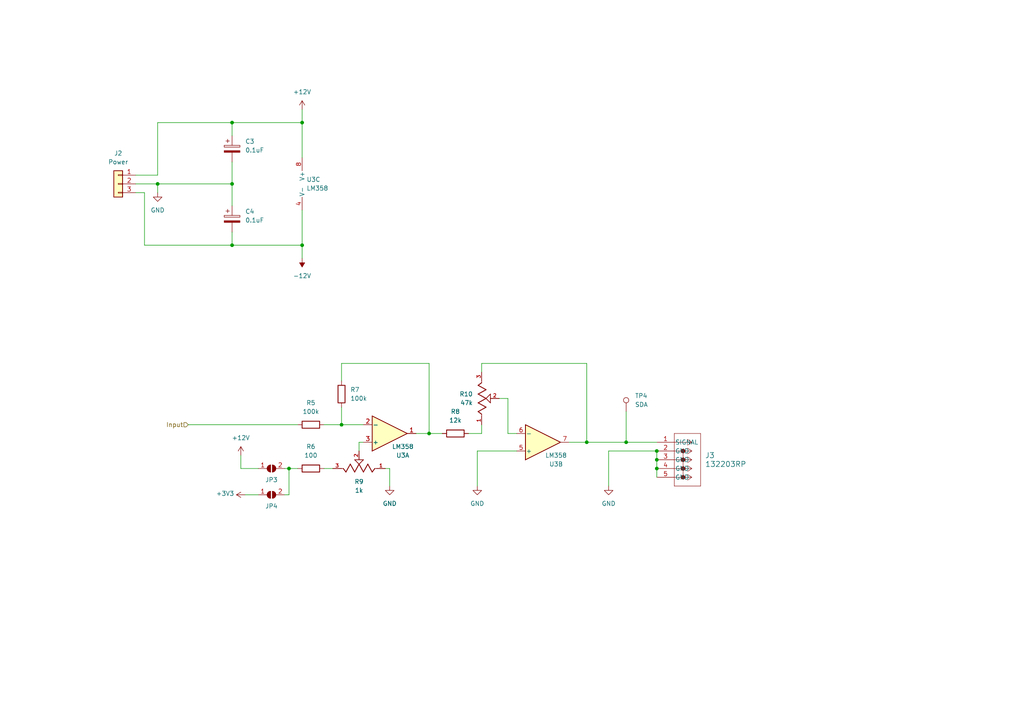
<source format=kicad_sch>
(kicad_sch (version 20231120) (generator "eeschema") (generator_version "8.0")
  (paper "A4")
  (lib_symbols
    (symbol "Amplifier_Operational:LM358" (pin_names (offset 0.127))
      (property "Reference" "U" (at 0 5.08 0))
      (property "Value" "LM358" (at 0 -5.08 0))
      (symbol "LM358_1_1"
        (polyline (pts (xy -5.08 5.08) (xy 5.08 0) (xy -5.08 -5.08) (xy -5.08 5.08)) (stroke (width 0.254)) (fill (type background)))
        (pin output line (at 7.62 0 180) (length 2.54) (name "~") (number "1"))
        (pin input line (at -7.62 -2.54 0) (length 2.54) (name "-") (number "2"))
        (pin input line (at -7.62 2.54 0) (length 2.54) (name "+") (number "3"))
      )
      (symbol "LM358_2_1"
        (polyline (pts (xy -5.08 5.08) (xy 5.08 0) (xy -5.08 -5.08) (xy -5.08 5.08)) (stroke (width 0.254)) (fill (type background)))
        (pin input line (at -7.62 2.54 0) (length 2.54) (name "+") (number "5"))
        (pin input line (at -7.62 -2.54 0) (length 2.54) (name "-") (number "6"))
        (pin output line (at 7.62 0 180) (length 2.54) (name "~") (number "7"))
      )
      (symbol "LM358_3_1"
        (pin power_in line (at -2.54 -7.62 90) (length 3.81) (name "V-") (number "4"))
        (pin power_in line (at -2.54 7.62 270) (length 3.81) (name "V+") (number "8"))
      )
    )
    (symbol "Connector:TestPoint" (pin_numbers hide) (pin_names (offset 0.762) hide)
      (property "Reference" "TP" (at 0 6.858 0))
      (property "Value" "TestPoint" (at 0 5.08 0))
      (symbol "TestPoint_0_1"
        (circle (center 0 3.302) (radius 0.762))
      )
      (symbol "TestPoint_1_1"
        (pin passive line (at 0 0 90) (length 2.54) (name "1") (number "1"))
      )
    )
    (symbol "Connector_Generic:Conn_01x03" (pin_names (offset 1.016) hide)
      (property "Reference" "J" (at 0 5.08 0))
      (property "Value" "Conn_01x03" (at 0 -5.08 0))
      (symbol "Conn_01x03_1_1"
        (rectangle (start -1.27 -2.413) (end 0 -2.667) (stroke (width 0.1524)))
        (rectangle (start -1.27 0.127) (end 0 -0.127) (stroke (width 0.1524)))
        (rectangle (start -1.27 2.667) (end 0 2.413) (stroke (width 0.1524)))
        (rectangle (start -1.27 3.81) (end 1.27 -3.81) (stroke (width 0.254)) (fill (type background)))
        (pin passive line (at -5.08 2.54 0) (length 3.81) (name "Pin_1") (number "1"))
        (pin passive line (at -5.08 0 0) (length 3.81) (name "Pin_2") (number "2"))
        (pin passive line (at -5.08 -2.54 0) (length 3.81) (name "Pin_3") (number "3"))
      )
    )
    (symbol "Device:C_Polarized" (pin_numbers hide) (pin_names (offset 0.254))
      (property "Reference" "C" (at 0.635 2.54 0))
      (property "Value" "C_Polarized" (at 0.635 -2.54 0))
      (symbol "C_Polarized_0_1"
        (rectangle (start -2.286 0.508) (end 2.286 1.016))
        (polyline (pts (xy -1.778 2.286) (xy -0.762 2.286)))
        (polyline (pts (xy -1.27 2.794) (xy -1.27 1.778)))
        (rectangle (start 2.286 -0.508) (end -2.286 -1.016) (fill (type outline)))
      )
      (symbol "C_Polarized_1_1"
        (pin passive line (at 0 3.81 270) (length 2.794) (name "~") (number "1"))
        (pin passive line (at 0 -3.81 90) (length 2.794) (name "~") (number "2"))
      )
    )
    (symbol "Device:R" (pin_numbers hide) (pin_names (offset 0))
      (property "Reference" "R" (at 2.032 0 90))
      (property "Value" "R" (at 0 0 90))
      (symbol "R_0_1"
        (rectangle (start -1.016 -2.54) (end 1.016 2.54) (stroke (width 0.254)))
      )
      (symbol "R_1_1"
        (pin passive line (at 0 3.81 270) (length 1.27) (name "~") (number "1"))
        (pin passive line (at 0 -3.81 90) (length 1.27) (name "~") (number "2"))
      )
    )
    (symbol "Jumper:SolderJumper_2_Open" (pin_names (offset 0) hide)
      (property "Reference" "JP" (at 0 2.032 0))
      (property "Value" "SolderJumper_2_Open" (at 0 -2.54 0))
      (symbol "SolderJumper_2_Open_0_1"
        (arc (start -0.254 1.016) (mid -1.2656 0) (end -0.254 -1.016))
        (arc (start -0.254 1.016) (mid -1.2656 0) (end -0.254 -1.016) (fill (type outline)))
        (polyline (pts (xy -0.254 1.016) (xy -0.254 -1.016)))
        (polyline (pts (xy 0.254 1.016) (xy 0.254 -1.016)))
        (arc (start 0.254 -1.016) (mid 1.2656 0) (end 0.254 1.016))
        (arc (start 0.254 -1.016) (mid 1.2656 0) (end 0.254 1.016) (fill (type outline)))
      )
      (symbol "SolderJumper_2_Open_1_1"
        (pin passive line (at -3.81 0 0) (length 2.54) (name "A") (number "1"))
        (pin passive line (at 3.81 0 180) (length 2.54) (name "B") (number "2"))
      )
    )
    (symbol "gos:132203RP" (pin_names (offset 0.254))
      (property "Reference" "J" (at 8.89 6.35 0))
      (property "Value" "132203RP" (at 0 0 0))
      (symbol "132203RP_1_1"
        (polyline (pts (xy 5.08 -12.7) (xy 12.7 -12.7)) (stroke (width 0.127)))
        (polyline (pts (xy 5.08 2.54) (xy 5.08 -12.7)) (stroke (width 0.127)))
        (polyline (pts (xy 7.62 -2.54) (xy 7.62 -10.16)) (stroke (width 0.127)))
        (polyline (pts (xy 10.16 -10.16) (xy 5.08 -10.16)) (stroke (width 0.127)))
        (polyline (pts (xy 10.16 -10.16) (xy 8.89 -11.0067)) (stroke (width 0.127)))
        (polyline (pts (xy 10.16 -10.16) (xy 8.89 -9.3133)) (stroke (width 0.127)))
        (polyline (pts (xy 10.16 -7.62) (xy 5.08 -7.62)) (stroke (width 0.127)))
        (polyline (pts (xy 10.16 -7.62) (xy 8.89 -8.4667)) (stroke (width 0.127)))
        (polyline (pts (xy 10.16 -7.62) (xy 8.89 -6.7733)) (stroke (width 0.127)))
        (polyline (pts (xy 10.16 -5.08) (xy 5.08 -5.08)) (stroke (width 0.127)))
        (polyline (pts (xy 10.16 -5.08) (xy 8.89 -5.9267)) (stroke (width 0.127)))
        (polyline (pts (xy 10.16 -5.08) (xy 8.89 -4.2333)) (stroke (width 0.127)))
        (polyline (pts (xy 10.16 -2.54) (xy 5.08 -2.54)) (stroke (width 0.127)))
        (polyline (pts (xy 10.16 -2.54) (xy 8.89 -3.3867)) (stroke (width 0.127)))
        (polyline (pts (xy 10.16 -2.54) (xy 8.89 -1.6933)) (stroke (width 0.127)))
        (polyline (pts (xy 10.16 0) (xy 5.08 0)) (stroke (width 0.127)))
        (polyline (pts (xy 10.16 0) (xy 8.89 -0.8467)) (stroke (width 0.127)))
        (polyline (pts (xy 10.16 0) (xy 8.89 0.8467)) (stroke (width 0.127)))
        (polyline (pts (xy 12.7 -12.7) (xy 12.7 2.54)) (stroke (width 0.127)))
        (polyline (pts (xy 12.7 2.54) (xy 5.08 2.54)) (stroke (width 0.127)))
        (circle (center 7.62 -10.16) (radius 0.127) (stroke (width 0.508)))
        (circle (center 7.62 -7.62) (radius 0.127) (stroke (width 0.508)))
        (circle (center 7.62 -5.08) (radius 0.127) (stroke (width 0.508)))
        (circle (center 7.62 -2.54) (radius 0.127) (stroke (width 0.508)))
        (pin unspecified line (at 0 0 0) (length 5.08) (name "SIGNAL") (number "1"))
        (pin unspecified line (at 0 -2.54 0) (length 5.08) (name "GND") (number "2"))
        (pin unspecified line (at 0 -5.08 0) (length 5.08) (name "GND") (number "3"))
        (pin unspecified line (at 0 -7.62 0) (length 5.08) (name "GND") (number "4"))
        (pin unspecified line (at 0 -10.16 0) (length 5.08) (name "GND") (number "5"))
      )
      (symbol "132203RP_1_2"
        (polyline (pts (xy 5.08 -12.7) (xy 12.7 -12.7)) (stroke (width 0.127)))
        (polyline (pts (xy 5.08 2.54) (xy 5.08 -12.7)) (stroke (width 0.127)))
        (polyline (pts (xy 6.35 -2.54) (xy 6.35 -10.16)) (stroke (width 0.127)))
        (polyline (pts (xy 7.62 -10.16) (xy 5.08 -10.16)) (stroke (width 0.127)))
        (polyline (pts (xy 7.62 -10.16) (xy 8.89 -11.0067)) (stroke (width 0.127)))
        (polyline (pts (xy 7.62 -10.16) (xy 8.89 -9.3133)) (stroke (width 0.127)))
        (polyline (pts (xy 7.62 -7.62) (xy 5.08 -7.62)) (stroke (width 0.127)))
        (polyline (pts (xy 7.62 -7.62) (xy 8.89 -8.4667)) (stroke (width 0.127)))
        (polyline (pts (xy 7.62 -7.62) (xy 8.89 -6.7733)) (stroke (width 0.127)))
        (polyline (pts (xy 7.62 -5.08) (xy 5.08 -5.08)) (stroke (width 0.127)))
        (polyline (pts (xy 7.62 -5.08) (xy 8.89 -5.9267)) (stroke (width 0.127)))
        (polyline (pts (xy 7.62 -5.08) (xy 8.89 -4.2333)) (stroke (width 0.127)))
        (polyline (pts (xy 7.62 -2.54) (xy 5.08 -2.54)) (stroke (width 0.127)))
        (polyline (pts (xy 7.62 -2.54) (xy 8.89 -3.3867)) (stroke (width 0.127)))
        (polyline (pts (xy 7.62 -2.54) (xy 8.89 -1.6933)) (stroke (width 0.127)))
        (polyline (pts (xy 7.62 0) (xy 5.08 0)) (stroke (width 0.127)))
        (polyline (pts (xy 7.62 0) (xy 8.89 -0.8467)) (stroke (width 0.127)))
        (polyline (pts (xy 7.62 0) (xy 8.89 0.8467)) (stroke (width 0.127)))
        (polyline (pts (xy 12.7 -12.7) (xy 12.7 2.54)) (stroke (width 0.127)))
        (polyline (pts (xy 12.7 2.54) (xy 5.08 2.54)) (stroke (width 0.127)))
        (circle (center 6.35 -10.16) (radius 0.127) (stroke (width 0.508)))
        (circle (center 6.35 -7.62) (radius 0.127) (stroke (width 0.508)))
        (circle (center 6.35 -5.08) (radius 0.127) (stroke (width 0.508)))
        (circle (center 6.35 -2.54) (radius 0.127) (stroke (width 0.508)))
        (pin unspecified line (at 0 0 0) (length 5.08) (name "SIGNAL") (number "1"))
        (pin unspecified line (at 0 -2.54 0) (length 5.08) (name "GND") (number "2"))
        (pin unspecified line (at 0 -5.08 0) (length 5.08) (name "GND") (number "3"))
        (pin unspecified line (at 0 -7.62 0) (length 5.08) (name "GND") (number "4"))
        (pin unspecified line (at 0 -10.16 0) (length 5.08) (name "GND") (number "5"))
      )
    )
    (symbol "gos:3352T-1-102LF" (pin_names (offset 1.016))
      (property "Reference" "R" (at -5.08 5.08 0))
      (property "Value" "3352T-1-102LF" (at -5.08 2.54 0))
      (symbol "3352T-1-102LF_0_0"
        (polyline (pts (xy -5.08 0) (xy -4.572 0)) (stroke (width 0.1524)))
        (polyline (pts (xy -4.572 0) (xy -3.81 1.016)) (stroke (width 0.254)))
        (polyline (pts (xy -3.81 1.016) (xy -2.54 -1.27)) (stroke (width 0.254)))
        (polyline (pts (xy -2.54 -1.27) (xy -1.27 1.016)) (stroke (width 0.254)))
        (polyline (pts (xy -1.27 -2.54) (xy 0 -1.27)) (stroke (width 0.2032)))
        (polyline (pts (xy -1.27 1.016) (xy 0 -1.27)) (stroke (width 0.254)))
        (polyline (pts (xy 0 -1.27) (xy 1.27 -2.54)) (stroke (width 0.2032)))
        (polyline (pts (xy 0 -1.27) (xy 1.27 1.016)) (stroke (width 0.254)))
        (polyline (pts (xy 1.27 -2.54) (xy -1.27 -2.54)) (stroke (width 0.2032)))
        (polyline (pts (xy 1.27 1.016) (xy 2.54 -1.27)) (stroke (width 0.254)))
        (polyline (pts (xy 2.54 -1.27) (xy 3.81 1.016)) (stroke (width 0.254)))
        (polyline (pts (xy 3.81 1.016) (xy 4.572 0)) (stroke (width 0.254)))
        (polyline (pts (xy 4.572 0) (xy 5.08 0)) (stroke (width 0.1524)))
        (pin passive line (at -7.62 0 0) (length 2.54) (name "~") (number "1"))
        (pin passive line (at 0 -5.08 90) (length 2.54) (name "~") (number "2"))
        (pin passive line (at 7.62 0 180) (length 2.54) (name "~") (number "3"))
      )
    )
    (symbol "power:+12V" (power) (pin_names (offset 0))
      (property "Value" "+12V" (at 0 3.556 0))
      (symbol "+12V_0_1"
        (polyline (pts (xy -0.762 1.27) (xy 0 2.54)))
        (polyline (pts (xy 0 0) (xy 0 2.54)))
        (polyline (pts (xy 0 2.54) (xy 0.762 1.27)))
      )
      (symbol "+12V_1_1"
        (pin power_in line (at 0 0 90) (length 0) hide (name "+12V") (number "1"))
      )
    )
    (symbol "power:+3.3V" (power) (pin_names (offset 0))
      (property "Value" "+3.3V" (at 0 3.556 0))
      (symbol "+3.3V_0_1"
        (polyline (pts (xy -0.762 1.27) (xy 0 2.54)))
        (polyline (pts (xy 0 0) (xy 0 2.54)))
        (polyline (pts (xy 0 2.54) (xy 0.762 1.27)))
      )
      (symbol "+3.3V_1_1"
        (pin power_in line (at 0 0 90) (length 0) hide (name "+3V3") (number "1"))
      )
    )
    (symbol "power:-12V" (power) (pin_names (offset 0))
      (property "Value" "-12V" (at 0 3.81 0))
      (symbol "-12V_0_0"
        (pin power_in line (at 0 0 90) (length 0) hide (name "-12V") (number "1"))
      )
      (symbol "-12V_0_1"
        (polyline (pts (xy 0 0) (xy 0 1.27) (xy 0.762 1.27) (xy 0 2.54) (xy -0.762 1.27) (xy 0 1.27)) (fill (type outline)))
      )
    )
    (symbol "power:GND" (power) (pin_names (offset 0))
      (property "Value" "GND" (at 0 -3.81 0))
      (symbol "GND_0_1"
        (polyline (pts (xy 0 0) (xy 0 -1.27) (xy 1.27 -1.27) (xy 0 -2.54) (xy -1.27 -1.27) (xy 0 -1.27)))
      )
      (symbol "GND_1_1"
        (pin power_in line (at 0 0 270) (length 0) hide (name "GND") (number "1"))
      )
    )
  )
  (junction (at 83.82 135.89))
  (junction (at 190.5 135.89))
  (junction (at 170.18 128.27))
  (junction (at 87.63 71.12))
  (junction (at 67.31 71.12))
  (junction (at 87.63 35.56))
  (junction (at 190.5 130.81))
  (junction (at 124.46 125.73))
  (junction (at 45.72 53.34))
  (junction (at 67.31 53.34))
  (junction (at 181.61 128.27))
  (junction (at 99.06 123.19))
  (junction (at 190.5 133.35))
  (junction (at 67.31 35.56))
  (wire (pts (xy 99.06 110.49) (xy 99.06 105.41)))
  (wire (pts (xy 139.7 105.41) (xy 139.7 107.95)))
  (wire (pts (xy 93.98 123.19) (xy 99.06 123.19)))
  (wire (pts (xy 41.91 55.88) (xy 41.91 71.12)))
  (wire (pts (xy 39.37 55.88) (xy 41.91 55.88)))
  (wire (pts (xy 99.06 123.19) (xy 105.41 123.19)))
  (wire (pts (xy 105.41 128.27) (xy 104.14 128.27)))
  (wire (pts (xy 99.06 118.11) (xy 99.06 123.19)))
  (wire (pts (xy 144.78 115.57) (xy 147.32 115.57)))
  (wire (pts (xy 41.91 71.12) (xy 67.31 71.12)))
  (wire (pts (xy 45.72 53.34) (xy 39.37 53.34)))
  (wire (pts (xy 67.31 35.56) (xy 67.31 39.37)))
  (wire (pts (xy 67.31 35.56) (xy 87.63 35.56)))
  (wire (pts (xy 83.82 135.89) (xy 86.36 135.89)))
  (wire (pts (xy 176.53 130.81) (xy 190.5 130.81)))
  (wire (pts (xy 147.32 125.73) (xy 149.86 125.73)))
  (wire (pts (xy 67.31 71.12) (xy 87.63 71.12)))
  (wire (pts (xy 74.93 135.89) (xy 69.85 135.89)))
  (wire (pts (xy 113.03 135.89) (xy 113.03 140.97)))
  (wire (pts (xy 181.61 119.38) (xy 181.61 128.27)))
  (wire (pts (xy 54.61 123.19) (xy 86.36 123.19)))
  (wire (pts (xy 111.76 135.89) (xy 113.03 135.89)))
  (wire (pts (xy 83.82 143.51) (xy 82.55 143.51)))
  (wire (pts (xy 45.72 55.88) (xy 45.72 53.34)))
  (wire (pts (xy 39.37 50.8) (xy 45.72 50.8)))
  (wire (pts (xy 120.65 125.73) (xy 124.46 125.73)))
  (wire (pts (xy 83.82 135.89) (xy 83.82 143.51)))
  (wire (pts (xy 99.06 105.41) (xy 124.46 105.41)))
  (wire (pts (xy 190.5 135.89) (xy 190.5 138.43)))
  (wire (pts (xy 124.46 105.41) (xy 124.46 125.73)))
  (wire (pts (xy 67.31 53.34) (xy 67.31 59.69)))
  (wire (pts (xy 147.32 115.57) (xy 147.32 125.73)))
  (wire (pts (xy 124.46 125.73) (xy 128.27 125.73)))
  (wire (pts (xy 45.72 50.8) (xy 45.72 35.56)))
  (wire (pts (xy 181.61 128.27) (xy 190.5 128.27)))
  (wire (pts (xy 87.63 60.96) (xy 87.63 71.12)))
  (wire (pts (xy 82.55 135.89) (xy 83.82 135.89)))
  (wire (pts (xy 87.63 71.12) (xy 87.63 74.93)))
  (wire (pts (xy 149.86 130.81) (xy 138.43 130.81)))
  (wire (pts (xy 170.18 105.41) (xy 170.18 128.27)))
  (wire (pts (xy 139.7 123.19) (xy 139.7 125.73)))
  (wire (pts (xy 45.72 35.56) (xy 67.31 35.56)))
  (wire (pts (xy 67.31 46.99) (xy 67.31 53.34)))
  (wire (pts (xy 69.85 135.89) (xy 69.85 132.08)))
  (wire (pts (xy 170.18 128.27) (xy 181.61 128.27)))
  (wire (pts (xy 139.7 105.41) (xy 170.18 105.41)))
  (wire (pts (xy 135.89 125.73) (xy 139.7 125.73)))
  (wire (pts (xy 138.43 130.81) (xy 138.43 140.97)))
  (wire (pts (xy 71.12 143.51) (xy 74.93 143.51)))
  (wire (pts (xy 170.18 128.27) (xy 165.1 128.27)))
  (wire (pts (xy 104.14 128.27) (xy 104.14 130.81)))
  (wire (pts (xy 190.5 130.81) (xy 190.5 133.35)))
  (wire (pts (xy 87.63 35.56) (xy 87.63 45.72)))
  (wire (pts (xy 93.98 135.89) (xy 96.52 135.89)))
  (wire (pts (xy 176.53 140.97) (xy 176.53 130.81)))
  (wire (pts (xy 67.31 67.31) (xy 67.31 71.12)))
  (wire (pts (xy 87.63 31.75) (xy 87.63 35.56)))
  (wire (pts (xy 190.5 133.35) (xy 190.5 135.89)))
  (wire (pts (xy 45.72 53.34) (xy 67.31 53.34)))
  (hierarchical_label "Input" (shape input) (at 54.61 123.19 180))
  (symbol (lib_id "Amplifier_Operational:LM358") (at 157.48 128.27 0) (mirror x) (unit 2)
    (property "Reference" "U3" (at 161.29 134.62 0))
    (property "Value" "LM358" (at 161.29 132.08 0))
    (property "Footprint" "Package_DIP:CERDIP-8_W7.62mm_SideBrazed_LongPads_Socket" (effects (hide yes)))
    (property "Datasheet" "http://www.ti.com/lit/ds/symlink/lm2904-n.pdf" (effects (hide yes)))
  )
  (symbol (lib_id "Device:R") (at 90.17 135.89 90) (unit 1)
    (property "Reference" "R6" (at 90.17 129.54 90))
    (property "Value" "100" (at 90.17 132.08 90))
    (property "Footprint" "Resistor_SMD:R_1206_3216Metric_Pad1.30x1.75mm_HandSolder" (effects (hide yes)))
  )
  (symbol (lib_id "Device:C_Polarized") (at 67.31 43.18 0) (unit 1)
    (property "Reference" "C3" (at 71.12 41.0209 0) (effects (justify left)))
    (property "Value" "0.1uF" (at 71.12 43.5609 0) (effects (justify left)))
    (property "Footprint" "Capacitor_THT:CP_Radial_D5.0mm_P2.00mm" (effects (hide yes)))
    (property "Description" "Polarized capacitor" (effects (hide yes)))
  )
  (symbol (lib_id "Device:C_Polarized") (at 67.31 63.5 0) (unit 1)
    (property "Reference" "C4" (at 71.12 61.3409 0) (effects (justify left)))
    (property "Value" "0.1uF" (at 71.12 63.8809 0) (effects (justify left)))
    (property "Footprint" "Capacitor_THT:CP_Radial_D5.0mm_P2.00mm" (effects (hide yes)))
    (property "Description" "Polarized capacitor" (effects (hide yes)))
  )
  (symbol (lib_id "Connector_Generic:Conn_01x03") (at 34.29 53.34 0) (mirror y) (unit 1)
    (property "Reference" "J2" (at 34.29 44.45 0))
    (property "Value" "Power" (at 34.29 46.99 0))
    (property "Footprint" "Connector_PinHeader_2.54mm:PinHeader_1x03_P2.54mm_Vertical" (effects (hide yes)))
  )
  (symbol (lib_id "Device:R") (at 99.06 114.3 0) (unit 1)
    (property "Reference" "R7" (at 101.6 113.03 0) (effects (justify left)))
    (property "Value" "100k" (at 101.6 115.57 0) (effects (justify left)))
    (property "Footprint" "Resistor_SMD:R_1206_3216Metric_Pad1.30x1.75mm_HandSolder" (effects (hide yes)))
  )
  (symbol (lib_id "gos:132203RP") (at 190.5 128.27 0) (unit 1)
    (property "Reference" "J3" (at 204.47 132.0799 0) (effects (font (size 1.524 1.524)) (justify left)))
    (property "Value" "132203RP" (at 204.47 134.6199 0) (effects (font (size 1.524 1.524)) (justify left)))
    (property "Footprint" "gos:COAX4GND_132203RP_AMP" (effects (hide yes)))
    (property "Datasheet" "132203RP" (effects (hide yes)))
  )
  (symbol (lib_id "power:+12V") (at 87.63 31.75 0) (unit 1)
    (property "Reference" "#PWR07" (effects (hide yes)))
    (property "Value" "+12V" (at 87.63 26.67 0))
  )
  (symbol (lib_id "Jumper:SolderJumper_2_Open") (at 78.74 143.51 0) (unit 1)
    (property "Reference" "JP4" (at 78.74 146.793 0))
    (property "Value" "ID_WP" (effects (hide yes)))
    (property "Footprint" "Jumper:SolderJumper-2_P1.3mm_Open_RoundedPad1.0x1.5mm" (effects (hide yes)))
  )
  (symbol (lib_id "Amplifier_Operational:LM358") (at 90.17 53.34 0) (unit 3)
    (property "Reference" "U3" (at 88.9 52.07 0) (effects (justify left)))
    (property "Value" "LM358" (at 88.9 54.61 0) (effects (justify left)))
    (property "Footprint" "Package_DIP:CERDIP-8_W7.62mm_SideBrazed_LongPads_Socket" (effects (hide yes)))
    (property "Datasheet" "http://www.ti.com/lit/ds/symlink/lm2904-n.pdf" (effects (hide yes)))
  )
  (symbol (lib_id "power:+12V") (at 69.85 132.08 0) (unit 1)
    (property "Reference" "#PWR017" (effects (hide yes)))
    (property "Value" "+12V" (at 69.85 127 0))
  )
  (symbol (lib_id "power:GND") (at 176.53 140.97 0) (unit 1)
    (property "Reference" "#PWR012" (effects (hide yes)))
    (property "Value" "GND" (at 176.53 146.05 0))
  )
  (symbol (lib_id "power:+3.3V") (at 71.12 143.51 90) (unit 1)
    (property "Reference" "#PWR016" (effects (hide yes)))
    (property "Value" "+3V3" (at 67.9449 143.1417 90) (effects (justify left)))
  )
  (symbol (lib_id "Device:R") (at 132.08 125.73 90) (unit 1)
    (property "Reference" "R8" (at 132.08 119.38 90))
    (property "Value" "12k" (at 132.08 121.92 90))
    (property "Footprint" "Resistor_SMD:R_1206_3216Metric_Pad1.30x1.75mm_HandSolder" (effects (hide yes)))
  )
  (symbol (lib_id "Device:R") (at 90.17 123.19 90) (unit 1)
    (property "Reference" "R5" (at 90.17 116.84 90))
    (property "Value" "100k" (at 90.17 119.38 90))
    (property "Footprint" "Resistor_SMD:R_1206_3216Metric_Pad1.30x1.75mm_HandSolder" (effects (hide yes)))
  )
  (symbol (lib_id "Amplifier_Operational:LM358") (at 113.03 125.73 0) (mirror x) (unit 1)
    (property "Reference" "U3" (at 116.84 132.08 0))
    (property "Value" "LM358" (at 116.84 129.54 0))
    (property "Footprint" "Package_DIP:CERDIP-8_W7.62mm_SideBrazed_LongPads_Socket" (effects (hide yes)))
    (property "Datasheet" "http://www.ti.com/lit/ds/symlink/lm2904-n.pdf" (effects (hide yes)))
  )
  (symbol (lib_id "power:GND") (at 113.03 140.97 0) (unit 1)
    (property "Reference" "#PWR010" (effects (hide yes)))
    (property "Value" "GND" (at 113.03 146.05 0))
  )
  (symbol (lib_id "Jumper:SolderJumper_2_Open") (at 78.74 135.89 0) (unit 1)
    (property "Reference" "JP3" (at 78.74 139.173 0))
    (property "Value" "ID_WP" (effects (hide yes)))
    (property "Footprint" "Jumper:SolderJumper-2_P1.3mm_Open_RoundedPad1.0x1.5mm" (effects (hide yes)))
  )
  (symbol (lib_id "gos:3352T-1-102LF") (at 104.14 135.89 180) (unit 1)
    (property "Reference" "R9" (at 104.14 139.7 0))
    (property "Value" "1k" (at 104.14 142.24 0))
    (property "Footprint" "gos:TRIM_3352T-1-102LF" (effects (hide yes)))
    (property "PARTREV" "08/19" (effects (hide yes)))
    (property "STANDARD" "IPC 2221B" (effects (hide yes)))
    (property "MAXIMUM_PACKAGE_HEIGHT" "4.32mm" (effects (hide yes)))
    (property "MANUFACTURER" "Bourns" (effects (hide yes)))
  )
  (symbol (lib_id "power:GND") (at 45.72 55.88 0) (unit 1)
    (property "Reference" "#PWR05" (effects (hide yes)))
    (property "Value" "GND" (at 45.72 60.96 0))
  )
  (symbol (lib_id "Connector:TestPoint") (at 181.61 119.38 0) (unit 1)
    (property "Reference" "TP4" (at 184.15 114.8079 0) (effects (justify left)))
    (property "Value" "SDA" (at 184.15 117.3479 0) (effects (justify left)))
    (property "Footprint" "TestPoint:TestPoint_Loop_D2.50mm_Drill1.0mm" (effects (hide yes)))
    (property "Description" "test point" (effects (hide yes)))
  )
  (symbol (lib_id "power:-12V") (at 87.63 74.93 0) (mirror x) (unit 1)
    (property "Reference" "#PWR08" (effects (hide yes)))
    (property "Value" "-12V" (at 87.63 80.01 0))
  )
  (symbol (lib_id "power:GND") (at 138.43 140.97 0) (unit 1)
    (property "Reference" "#PWR011" (effects (hide yes)))
    (property "Value" "GND" (at 138.43 146.05 0))
  )
  (symbol (lib_id "gos:3352T-1-102LF") (at 139.7 115.57 90) (unit 1)
    (property "Reference" "R10" (at 137.16 114.2999 90) (effects (justify left)))
    (property "Value" "47k" (at 137.16 116.8399 90) (effects (justify left)))
    (property "Footprint" "gos:TRIM_3352T-1-102LF" (effects (hide yes)))
    (property "PARTREV" "08/19" (effects (hide yes)))
    (property "STANDARD" "IPC 2221B" (effects (hide yes)))
    (property "MAXIMUM_PACKAGE_HEIGHT" "4.32mm" (effects (hide yes)))
    (property "MANUFACTURER" "Bourns" (effects (hide yes)))
  )
)
</source>
